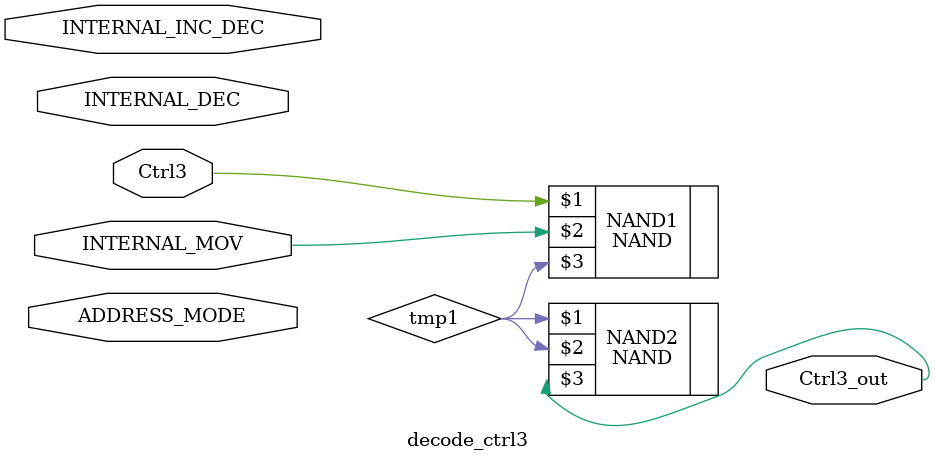
<source format=v>
module decode_ctrl3(Ctrl3,INTERNAL_MOV,ADDRESS_MODE,INTERNAL_INC_DEC,INTERNAL_DEC,Ctrl3_out);
    input Ctrl3,INTERNAL_MOV,ADDRESS_MODE,INTERNAL_INC_DEC,INTERNAL_DEC;
    output Ctrl3_out;
    wire tmp1;
    NAND NAND1(Ctrl3,INTERNAL_MOV,tmp1);
    NAND NAND2(tmp1,tmp1,Ctrl3_out);
endmodule
</source>
